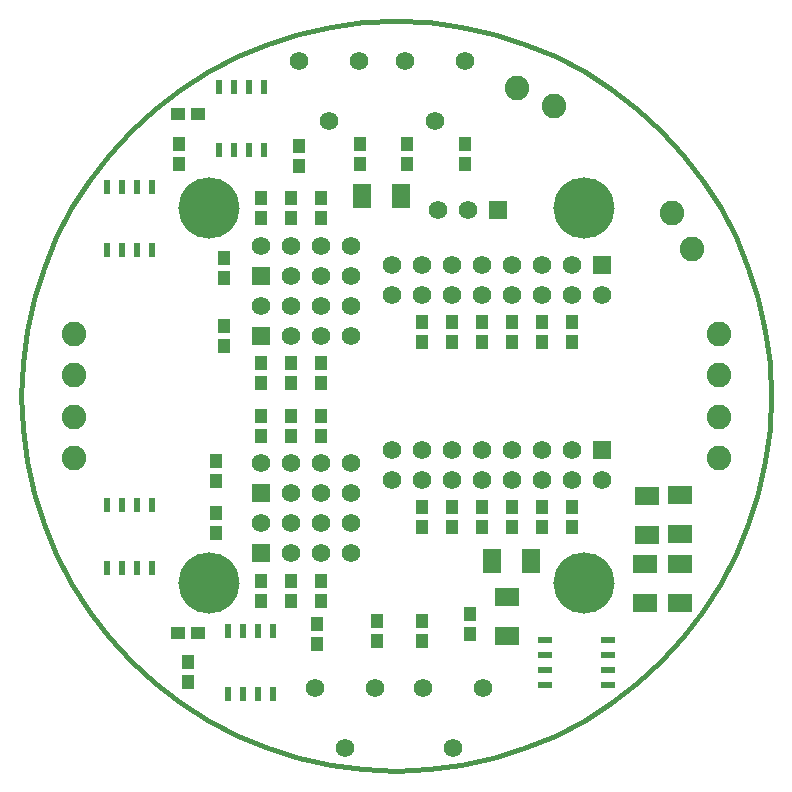
<source format=gts>
G04 (created by PCBNEW-RS274X (2012-01-19 BZR 3256)-stable) date 4/6/2012 2:10:12 AM*
G01*
G70*
G90*
%MOIN*%
G04 Gerber Fmt 3.4, Leading zero omitted, Abs format*
%FSLAX34Y34*%
G04 APERTURE LIST*
%ADD10C,0.006000*%
%ADD11C,0.015000*%
%ADD12C,0.204000*%
%ADD13C,0.082000*%
%ADD14R,0.022000X0.047000*%
%ADD15R,0.047000X0.022000*%
%ADD16R,0.062000X0.062000*%
%ADD17C,0.062000*%
%ADD18R,0.041300X0.045300*%
%ADD19R,0.045300X0.041300*%
%ADD20R,0.082000X0.062000*%
%ADD21R,0.062000X0.082000*%
G04 APERTURE END LIST*
G54D10*
G54D11*
X10000Y-22500D02*
X10048Y-23589D01*
X10190Y-24670D01*
X10426Y-25735D01*
X10754Y-26775D01*
X11172Y-27782D01*
X11675Y-28749D01*
X12261Y-29669D01*
X12925Y-30534D01*
X13662Y-31338D01*
X14466Y-32075D01*
X15331Y-32739D01*
X16251Y-33325D01*
X17218Y-33828D01*
X18225Y-34246D01*
X19265Y-34574D01*
X20330Y-34810D01*
X21411Y-34952D01*
X22500Y-35000D01*
X22500Y-35000D02*
X23589Y-34952D01*
X24670Y-34810D01*
X25735Y-34574D01*
X26775Y-34246D01*
X27782Y-33828D01*
X28750Y-33325D01*
X29669Y-32739D01*
X30534Y-32075D01*
X31338Y-31338D01*
X32075Y-30534D01*
X32739Y-29669D01*
X33325Y-28749D01*
X33828Y-27782D01*
X34246Y-26775D01*
X34574Y-25735D01*
X34810Y-24670D01*
X34952Y-23589D01*
X35000Y-22500D01*
X35000Y-22500D02*
X34952Y-21411D01*
X34810Y-20330D01*
X34574Y-19265D01*
X34246Y-18225D01*
X33828Y-17218D01*
X33325Y-16251D01*
X32739Y-15331D01*
X32075Y-14466D01*
X31338Y-13662D01*
X30534Y-12925D01*
X29669Y-12261D01*
X28750Y-11675D01*
X27782Y-11172D01*
X26775Y-10754D01*
X25735Y-10426D01*
X24670Y-10190D01*
X23589Y-10048D01*
X22500Y-10000D01*
X22500Y-10000D02*
X21411Y-10048D01*
X20330Y-10190D01*
X19265Y-10426D01*
X18225Y-10754D01*
X17218Y-11172D01*
X16251Y-11675D01*
X15331Y-12261D01*
X14466Y-12925D01*
X13662Y-13662D01*
X12925Y-14466D01*
X12261Y-15331D01*
X11675Y-16251D01*
X11172Y-17218D01*
X10754Y-18225D01*
X10426Y-19265D01*
X10190Y-20330D01*
X10048Y-21411D01*
X10000Y-22500D01*
G54D12*
X16250Y-16250D03*
X28750Y-16250D03*
X16250Y-28750D03*
X28750Y-28750D03*
G54D13*
X11750Y-24569D03*
X11750Y-23191D03*
X11750Y-21809D03*
X11750Y-20431D03*
X26525Y-12239D03*
X27773Y-12821D03*
X33250Y-23191D03*
X33250Y-24569D03*
G54D14*
X12850Y-15550D03*
X12850Y-17650D03*
X13350Y-15550D03*
X13850Y-15550D03*
X14350Y-15550D03*
X13350Y-17650D03*
X13850Y-17650D03*
X14350Y-17650D03*
X16600Y-12200D03*
X16600Y-14300D03*
X17100Y-12200D03*
X17600Y-12200D03*
X18100Y-12200D03*
X17100Y-14300D03*
X17600Y-14300D03*
X18100Y-14300D03*
X12850Y-26150D03*
X12850Y-28250D03*
X13350Y-26150D03*
X13850Y-26150D03*
X14350Y-26150D03*
X13350Y-28250D03*
X13850Y-28250D03*
X14350Y-28250D03*
X16900Y-30350D03*
X16900Y-32450D03*
X17400Y-30350D03*
X17900Y-30350D03*
X18400Y-30350D03*
X17400Y-32450D03*
X17900Y-32450D03*
X18400Y-32450D03*
G54D15*
X29550Y-30650D03*
X27450Y-30650D03*
X29550Y-31150D03*
X29550Y-31650D03*
X29550Y-32150D03*
X27450Y-31150D03*
X27450Y-31650D03*
X27450Y-32150D03*
G54D16*
X29350Y-24300D03*
G54D17*
X29350Y-25300D03*
X28350Y-24300D03*
X28350Y-25300D03*
X27350Y-24300D03*
X27350Y-25300D03*
X26350Y-24300D03*
X26350Y-25300D03*
X25350Y-24300D03*
X25350Y-25300D03*
X24350Y-24300D03*
X24350Y-25300D03*
X23350Y-24300D03*
X23350Y-25300D03*
X22350Y-24300D03*
X22350Y-25300D03*
G54D16*
X29375Y-18125D03*
G54D17*
X29375Y-19125D03*
X28375Y-18125D03*
X28375Y-19125D03*
X27375Y-18125D03*
X27375Y-19125D03*
X26375Y-18125D03*
X26375Y-19125D03*
X25375Y-18125D03*
X25375Y-19125D03*
X24375Y-18125D03*
X24375Y-19125D03*
X23375Y-18125D03*
X23375Y-19125D03*
X22375Y-18125D03*
X22375Y-19125D03*
G54D16*
X18000Y-27750D03*
G54D17*
X18000Y-26750D03*
X19000Y-27750D03*
X19000Y-26750D03*
X20000Y-27750D03*
X20000Y-26750D03*
X21000Y-27750D03*
X21000Y-26750D03*
G54D16*
X18000Y-20500D03*
G54D17*
X18000Y-19500D03*
X19000Y-20500D03*
X19000Y-19500D03*
X20000Y-20500D03*
X20000Y-19500D03*
X21000Y-20500D03*
X21000Y-19500D03*
G54D16*
X18000Y-25750D03*
G54D17*
X18000Y-24750D03*
X19000Y-25750D03*
X19000Y-24750D03*
X20000Y-25750D03*
X20000Y-24750D03*
X21000Y-25750D03*
X21000Y-24750D03*
G54D16*
X18000Y-18500D03*
G54D17*
X18000Y-17500D03*
X19000Y-18500D03*
X19000Y-17500D03*
X20000Y-18500D03*
X20000Y-17500D03*
X21000Y-18500D03*
X21000Y-17500D03*
G54D18*
X19850Y-30784D03*
X19850Y-30116D03*
X16500Y-27084D03*
X16500Y-26416D03*
X16750Y-20834D03*
X16750Y-20166D03*
X19250Y-14166D03*
X19250Y-14834D03*
X21850Y-30016D03*
X21850Y-30684D03*
X21300Y-14784D03*
X21300Y-14116D03*
X18000Y-29334D03*
X18000Y-28666D03*
X19000Y-29334D03*
X19000Y-28666D03*
X20000Y-29334D03*
X20000Y-28666D03*
X23350Y-30684D03*
X23350Y-30016D03*
X15550Y-32034D03*
X15550Y-31366D03*
X18000Y-22084D03*
X18000Y-21416D03*
X16750Y-18584D03*
X16750Y-17916D03*
X28350Y-26884D03*
X28350Y-26216D03*
X27350Y-26884D03*
X27350Y-26216D03*
X26350Y-26884D03*
X26350Y-26216D03*
X25350Y-26884D03*
X25350Y-26216D03*
X24350Y-26884D03*
X24350Y-26216D03*
X23350Y-26884D03*
X23350Y-26216D03*
X16500Y-25334D03*
X16500Y-24666D03*
X20000Y-16584D03*
X20000Y-15916D03*
X19000Y-16584D03*
X19000Y-15916D03*
X18000Y-16584D03*
X18000Y-15916D03*
X20000Y-23834D03*
X20000Y-23166D03*
X19000Y-23834D03*
X19000Y-23166D03*
X18000Y-23834D03*
X18000Y-23166D03*
X24800Y-14116D03*
X24800Y-14784D03*
G54D19*
X15216Y-13100D03*
X15884Y-13100D03*
G54D18*
X24950Y-30434D03*
X24950Y-29766D03*
G54D19*
X15216Y-30400D03*
X15884Y-30400D03*
G54D18*
X15250Y-14784D03*
X15250Y-14116D03*
X22850Y-14116D03*
X22850Y-14784D03*
X20000Y-22084D03*
X20000Y-21416D03*
X19000Y-22084D03*
X19000Y-21416D03*
X28375Y-20709D03*
X28375Y-20041D03*
X27375Y-20709D03*
X27375Y-20041D03*
X26375Y-20709D03*
X26375Y-20041D03*
X25375Y-20709D03*
X25375Y-20041D03*
X24375Y-20709D03*
X24375Y-20041D03*
X23375Y-20709D03*
X23375Y-20041D03*
G54D13*
X33250Y-20431D03*
X33250Y-21809D03*
X32370Y-17597D03*
X31682Y-16403D03*
G54D20*
X30800Y-29400D03*
X30800Y-28100D03*
X31950Y-27100D03*
X31950Y-25800D03*
G54D21*
X25700Y-28000D03*
X27000Y-28000D03*
G54D20*
X26200Y-29200D03*
X26200Y-30500D03*
G54D21*
X21350Y-15850D03*
X22650Y-15850D03*
G54D16*
X25900Y-16300D03*
G54D17*
X24900Y-16300D03*
X23900Y-16300D03*
G54D20*
X30850Y-27150D03*
X30850Y-25850D03*
X31950Y-28100D03*
X31950Y-29400D03*
G54D17*
X21800Y-32250D03*
X20800Y-34250D03*
X19800Y-32250D03*
X21250Y-11350D03*
X20250Y-13350D03*
X19250Y-11350D03*
X25400Y-32250D03*
X24400Y-34250D03*
X23400Y-32250D03*
X24800Y-11350D03*
X23800Y-13350D03*
X22800Y-11350D03*
M02*

</source>
